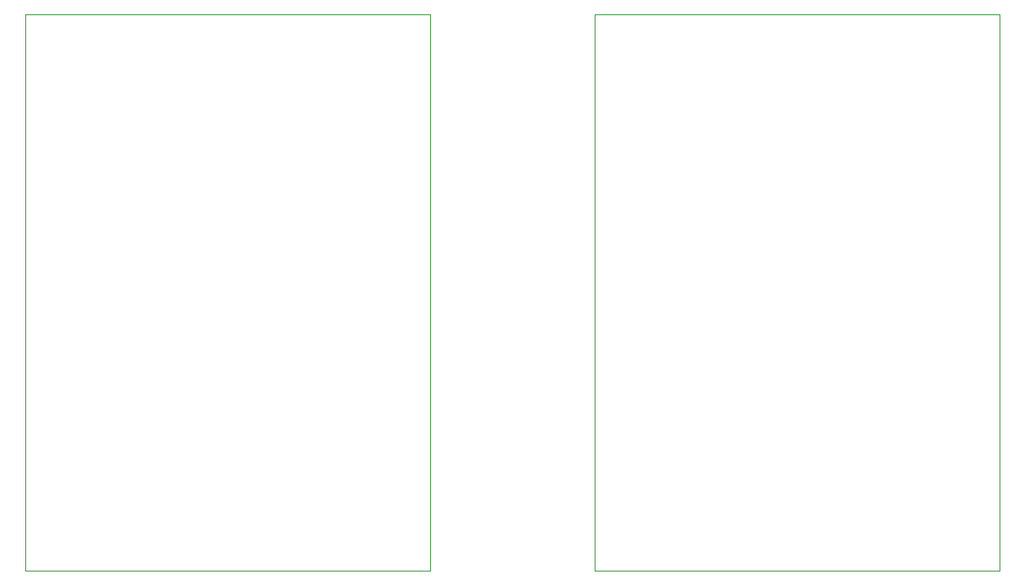
<source format=gbr>
%TF.GenerationSoftware,KiCad,Pcbnew,(6.0.5)*%
%TF.CreationDate,2023-05-16T23:55:55-04:00*%
%TF.ProjectId,as3340_no_mux,61733333-3430-45f6-9e6f-5f6d75782e6b,rev?*%
%TF.SameCoordinates,Original*%
%TF.FileFunction,Profile,NP*%
%FSLAX46Y46*%
G04 Gerber Fmt 4.6, Leading zero omitted, Abs format (unit mm)*
G04 Created by KiCad (PCBNEW (6.0.5)) date 2023-05-16 23:55:55*
%MOMM*%
%LPD*%
G01*
G04 APERTURE LIST*
%TA.AperFunction,Profile*%
%ADD10C,0.100000*%
%TD*%
G04 APERTURE END LIST*
D10*
X35560000Y-101600000D02*
X76200000Y-101600000D01*
X76200000Y-101600000D02*
X76200000Y-157480000D01*
X76200000Y-157480000D02*
X35560000Y-157480000D01*
X35560000Y-157480000D02*
X35560000Y-101600000D01*
X92710000Y-101600000D02*
X133350000Y-101600000D01*
X133350000Y-101600000D02*
X133350000Y-157480000D01*
X133350000Y-157480000D02*
X92710000Y-157480000D01*
X92710000Y-157480000D02*
X92710000Y-101600000D01*
X35560000Y-101600000D02*
X76200000Y-101600000D01*
X76200000Y-101600000D02*
X76200000Y-157480000D01*
X76200000Y-157480000D02*
X35560000Y-157480000D01*
X35560000Y-157480000D02*
X35560000Y-101600000D01*
X92710000Y-101600000D02*
X133350000Y-101600000D01*
X133350000Y-101600000D02*
X133350000Y-157480000D01*
X133350000Y-157480000D02*
X92710000Y-157480000D01*
X92710000Y-157480000D02*
X92710000Y-101600000D01*
M02*

</source>
